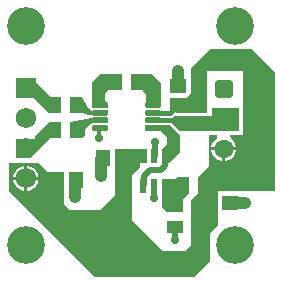
<source format=gbr>
%TF.GenerationSoftware,Altium Limited,Altium Designer,25.7.1 (20)*%
G04 Layer_Physical_Order=1*
G04 Layer_Color=255*
%FSLAX45Y45*%
%MOMM*%
%TF.SameCoordinates,8EC0096B-1770-4E53-A1A5-517F8E17CF1D*%
%TF.FilePolarity,Positive*%
%TF.FileFunction,Copper,L1,Top,Signal*%
%TF.Part,Single*%
G01*
G75*
%TA.AperFunction,SMDPad,CuDef*%
%ADD10R,1.00000X1.35000*%
%ADD11R,1.40000X1.25000*%
%ADD12R,1.25000X1.40000*%
%ADD13R,0.60000X1.20000*%
G04:AMPARAMS|DCode=14|XSize=0.45mm|YSize=1.35mm|CornerRadius=0.0495mm|HoleSize=0mm|Usage=FLASHONLY|Rotation=90.000|XOffset=0mm|YOffset=0mm|HoleType=Round|Shape=RoundedRectangle|*
%AMROUNDEDRECTD14*
21,1,0.45000,1.25100,0,0,90.0*
21,1,0.35100,1.35000,0,0,90.0*
1,1,0.09900,0.62550,0.17550*
1,1,0.09900,0.62550,-0.17550*
1,1,0.09900,-0.62550,-0.17550*
1,1,0.09900,-0.62550,0.17550*
%
%ADD14ROUNDEDRECTD14*%
%ADD15R,1.35000X1.00000*%
%TA.AperFunction,Conductor*%
%ADD16C,0.40000*%
%ADD17C,1.00000*%
%ADD18C,0.50000*%
%ADD19C,0.30000*%
%TA.AperFunction,ComponentPad*%
%ADD20C,1.60000*%
%ADD21C,1.72500*%
G04:AMPARAMS|DCode=22|XSize=1.6mm|YSize=1.6mm|CornerRadius=0.4mm|HoleSize=0mm|Usage=FLASHONLY|Rotation=270.000|XOffset=0mm|YOffset=0mm|HoleType=Round|Shape=RoundedRectangle|*
%AMROUNDEDRECTD22*
21,1,1.60000,0.80000,0,0,270.0*
21,1,0.80000,1.60000,0,0,270.0*
1,1,0.80000,-0.40000,-0.40000*
1,1,0.80000,-0.40000,0.40000*
1,1,0.80000,0.40000,0.40000*
1,1,0.80000,0.40000,-0.40000*
%
%ADD22ROUNDEDRECTD22*%
%ADD23R,1.72500X1.72500*%
%TA.AperFunction,WasherPad*%
%ADD24C,3.20000*%
%TA.AperFunction,ViaPad*%
%ADD25C,0.70000*%
G36*
X1498436Y1697105D02*
Y1678700D01*
X1499886Y1677250D01*
Y1496150D01*
X1499886Y1496150D01*
X1380662Y1493025D01*
X1366336Y1506981D01*
Y1529800D01*
X1364886Y1531250D01*
X1374886Y1541250D01*
Y1610200D01*
X1349886Y1635200D01*
Y1637700D01*
X1249886D01*
Y1772700D01*
X1422841D01*
X1498436Y1697105D01*
D02*
G37*
G36*
X1169886Y1637700D02*
X1053207D01*
X1031707Y1616200D01*
Y1554429D01*
X1054886Y1531250D01*
Y1496150D01*
X1049936Y1491200D01*
X924836D01*
X919886Y1496150D01*
Y1513700D01*
Y1705200D01*
X987386Y1772700D01*
X1169886D01*
Y1637700D01*
D02*
G37*
G36*
X566420Y1579880D02*
X652780D01*
Y1447800D01*
X556260D01*
X553720Y1445260D01*
X424180Y1574800D01*
X287020D01*
X276860Y1584960D01*
Y1734820D01*
X406400D01*
X408940Y1737360D01*
X566420Y1579880D01*
D02*
G37*
G36*
X880760Y1491222D02*
X919886Y1466250D01*
X924428Y1470792D01*
X924836Y1470711D01*
X1049936D01*
X1054886Y1451605D01*
Y1427480D01*
X891540D01*
X832820Y1446200D01*
X732820D01*
Y1581200D01*
X832820D01*
X880760Y1491222D01*
D02*
G37*
G36*
X2161540Y1292860D02*
X1663700D01*
X1592580Y1363980D01*
X1376078D01*
X1362414Y1378585D01*
X1363980Y1402080D01*
X1496060D01*
X1498600Y1404620D01*
X1501140Y1402080D01*
X1595120D01*
X1612900Y1419860D01*
X1930400D01*
Y1484848D01*
X1932940Y1485900D01*
X2161540D01*
Y1292860D01*
D02*
G37*
G36*
X1049556Y1400870D02*
X1053117Y1387959D01*
X1053436Y1386175D01*
Y1362650D01*
X926286D01*
X925324Y1361688D01*
X924836D01*
X922380Y1361200D01*
X914886D01*
X910089Y1356403D01*
X906848Y1354237D01*
X904682Y1350996D01*
X857820Y1304134D01*
Y1258650D01*
X832820Y1233650D01*
X732820D01*
Y1368650D01*
X921336Y1404750D01*
X1035486D01*
X1049556Y1400870D01*
D02*
G37*
G36*
X2463800Y1795780D02*
Y792480D01*
X2458720Y787400D01*
X1986280D01*
Y500380D01*
X1912620Y426720D01*
Y185420D01*
X1783080Y55880D01*
X944880D01*
X215900Y784860D01*
Y1023620D01*
X464820D01*
X538480Y949960D01*
X683260D01*
Y673100D01*
X734060Y622300D01*
X982980D01*
X1112520Y751840D01*
Y1137920D01*
X1130416Y1143000D01*
X1379220D01*
Y1026160D01*
X1378168Y1023620D01*
X1323340D01*
Y988060D01*
X1259840Y924560D01*
Y541020D01*
X1521460Y279400D01*
X1701800D01*
X1752600Y330200D01*
Y706120D01*
X1818640Y772160D01*
Y904240D01*
X1816100Y906780D01*
X1905000Y995680D01*
Y1259840D01*
X1976058D01*
X1978243Y1256763D01*
X1972474Y1230338D01*
X1967283Y1227341D01*
X1947659Y1207717D01*
X1933783Y1183683D01*
X1926600Y1156876D01*
Y1155701D01*
X2032001D01*
X2137400D01*
Y1156876D01*
X2130217Y1183683D01*
X2116341Y1207717D01*
X2096717Y1227341D01*
X2091526Y1230338D01*
X2085757Y1256763D01*
X2087942Y1259840D01*
X2199640D01*
Y1798320D01*
X1887220D01*
Y1447800D01*
X1630889D01*
X1623235Y1466278D01*
X1649285Y1492328D01*
X1654680D01*
X1662484Y1493880D01*
X1669099Y1498301D01*
X1673520Y1504916D01*
X1674984Y1512281D01*
X1675874Y1513612D01*
X1677426Y1521416D01*
X1675874Y1529219D01*
X1671454Y1535835D01*
X1664838Y1540255D01*
X1657034Y1541808D01*
X1649231Y1540255D01*
X1642615Y1535835D01*
X1639657Y1532877D01*
X1633035Y1531560D01*
X1626419Y1527139D01*
X1626419Y1527138D01*
X1597784Y1498504D01*
X1579470Y1506541D01*
X1582420Y1577340D01*
X1717040D01*
X1735900Y1596200D01*
X1739318D01*
Y1599618D01*
X1757680Y1617980D01*
Y1831340D01*
X1912620Y1986280D01*
X2273300D01*
X2463800Y1795780D01*
D02*
G37*
G36*
X652780Y1234440D02*
X558800D01*
X393700Y1069340D01*
X276860D01*
Y1226820D01*
X279400Y1229360D01*
X436880D01*
Y1252220D01*
X553720Y1369060D01*
X652780D01*
Y1234440D01*
D02*
G37*
G36*
X1663700Y1254760D02*
Y1115060D01*
X1569720Y1021080D01*
X1511300D01*
Y1140460D01*
X1549400Y1178560D01*
Y1242060D01*
X1493520Y1297940D01*
X1366520D01*
Y1341120D01*
X1577340D01*
X1663700Y1254760D01*
D02*
G37*
G36*
X1737360Y772160D02*
X1684020Y718820D01*
Y609600D01*
X1551940D01*
X1511300Y650240D01*
Y774700D01*
Y891540D01*
X1623060D01*
X1638300Y906780D01*
X1737360D01*
Y772160D01*
D02*
G37*
%LPC*%
G36*
X2137400Y1130301D02*
X2044701D01*
Y1037600D01*
X2045876D01*
X2072683Y1044783D01*
X2096717Y1058659D01*
X2116341Y1078283D01*
X2130217Y1102317D01*
X2137400Y1129124D01*
Y1130301D01*
D02*
G37*
G36*
X2019301D02*
X1926600D01*
Y1129124D01*
X1933783Y1102317D01*
X1947659Y1078283D01*
X1967283Y1058659D01*
X1991317Y1044783D01*
X2018124Y1037600D01*
X2019301D01*
Y1130301D01*
D02*
G37*
G36*
X372016Y999480D02*
X370841D01*
Y906781D01*
X463540D01*
Y907956D01*
X456357Y934763D01*
X442481Y958797D01*
X422857Y978421D01*
X398823Y992297D01*
X372016Y999480D01*
D02*
G37*
G36*
X345441D02*
X344264D01*
X317457Y992297D01*
X293423Y978421D01*
X273799Y958797D01*
X259923Y934763D01*
X252740Y907956D01*
Y906781D01*
X345441D01*
Y999480D01*
D02*
G37*
G36*
X463540Y881381D02*
X370841D01*
Y788680D01*
X372016D01*
X398823Y795863D01*
X422857Y809739D01*
X442481Y829363D01*
X456357Y853397D01*
X463540Y880204D01*
Y881381D01*
D02*
G37*
G36*
X345441D02*
X252740D01*
Y880204D01*
X259923Y853397D01*
X273799Y829363D01*
X293423Y809739D01*
X317457Y795863D01*
X344264Y788680D01*
X345441D01*
Y881381D01*
D02*
G37*
%LPD*%
D10*
X1688000Y838954D02*
D03*
X1868000D02*
D03*
X1299886Y1705200D02*
D03*
X1119886D02*
D03*
X782820Y1513700D02*
D03*
Y1301150D02*
D03*
X602820D02*
D03*
Y1513700D02*
D03*
D11*
X2082800Y850800D02*
D03*
X1649319Y1513700D02*
D03*
Y1678700D02*
D03*
X2082800Y685800D02*
D03*
D12*
X621080Y881380D02*
D03*
X1173480Y1069340D02*
D03*
X1008480D02*
D03*
X786080Y881380D02*
D03*
D13*
X1351698Y1082161D02*
D03*
X1541698Y832161D02*
D03*
X1446698Y1082161D02*
D03*
Y832161D02*
D03*
X1541698Y1082161D02*
D03*
X1351698Y832161D02*
D03*
D14*
X1432386Y1448700D02*
D03*
X987386Y1318700D02*
D03*
X1432386Y1383700D02*
D03*
Y1513700D02*
D03*
X987386D02*
D03*
Y1383700D02*
D03*
X1432386Y1318700D02*
D03*
X987386Y1448700D02*
D03*
D15*
X1616710Y659696D02*
D03*
Y479696D02*
D03*
D16*
X1432386Y1448700D02*
X1576818D01*
X1640838Y1512720D01*
X1654680D01*
X1649319Y1513700D02*
X1657034Y1521416D01*
X1643933Y1681197D02*
X1646431Y1678700D01*
X1649319D01*
D17*
X1643380Y1681750D02*
Y1803400D01*
X1643933Y1681197D02*
X1648189Y1685453D01*
X1643380Y1681750D02*
X1646431Y1678700D01*
X2082800Y685800D02*
X2214880D01*
X995980Y1056840D02*
X1008480Y1069340D01*
X995980Y909620D02*
Y1056840D01*
X995680Y909320D02*
X995980Y909620D01*
X773580Y868880D02*
X786080Y881380D01*
X773580Y738020D02*
Y868880D01*
X772160Y736600D02*
X773580Y738020D01*
D18*
X1447249Y1200869D02*
X1447800Y1201420D01*
X1447249Y1082712D02*
Y1200869D01*
X1446698Y1082161D02*
X1447249Y1082712D01*
X1445979Y724619D02*
Y831442D01*
X1616710Y479696D02*
X1617980Y478426D01*
X1445979Y831442D02*
X1446698Y832161D01*
X1617980Y371406D02*
X1619250Y370136D01*
X1617980Y371406D02*
Y478426D01*
X1445260Y723900D02*
X1445979Y724619D01*
X1536698Y1077161D02*
X1541698Y1082161D01*
X1348740Y828040D02*
X1356698Y835998D01*
Y914738D01*
X1406622Y964662D01*
X1505682D01*
X1536698Y995678D01*
Y1077161D01*
D19*
X980440Y1311754D02*
X987386Y1318700D01*
X980440Y1231900D02*
Y1311754D01*
X772160Y880050D02*
X773299Y881190D01*
D20*
X2032000Y1143000D02*
D03*
Y1397000D02*
D03*
D21*
X358140Y894080D02*
D03*
Y1402080D02*
D03*
Y1148080D02*
D03*
D22*
X2032000Y1651000D02*
D03*
D23*
X358140Y1656080D02*
D03*
D24*
X2129790Y330180D02*
D03*
X355600D02*
D03*
X2132330Y2184400D02*
D03*
X355600D02*
D03*
D25*
X1643380Y1803400D02*
D03*
X2214880Y683260D02*
D03*
X1619250Y370136D02*
D03*
X1447800Y1201420D02*
D03*
X980440Y1231900D02*
D03*
X995680Y909320D02*
D03*
X1445260Y723900D02*
D03*
X772160Y736600D02*
D03*
%TF.MD5,d2a9baab9f7db904ce81e2eb6ad6bf57*%
M02*

</source>
